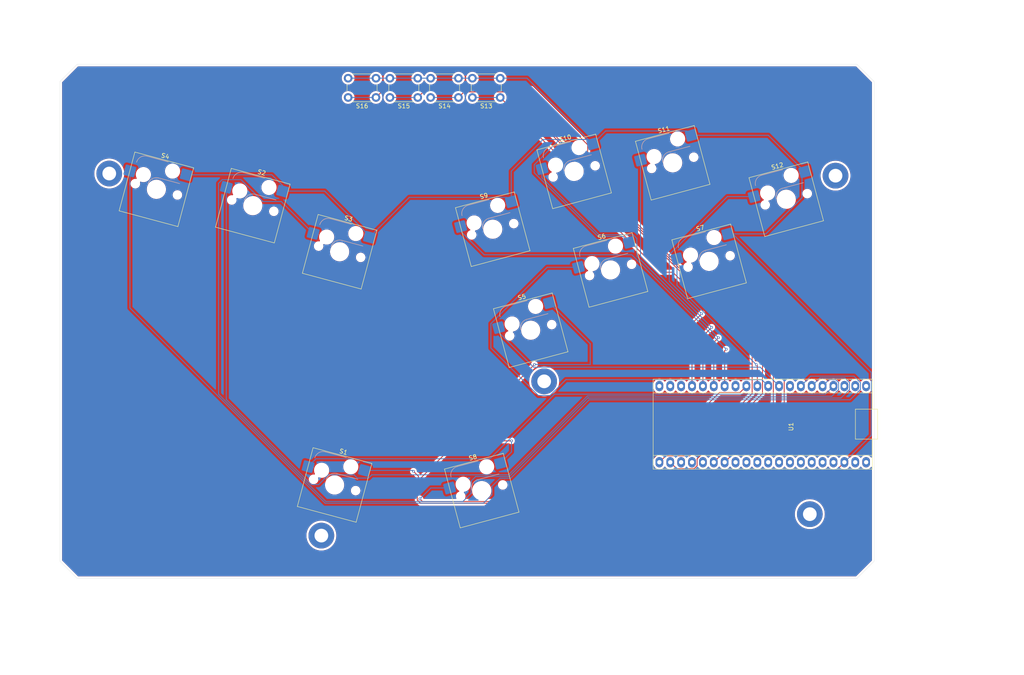
<source format=kicad_pcb>
(kicad_pcb (version 20241229) (generator "pcbnew") (generator_version "9.0")
  (layers (0 "F.Cu" signal) (2 "B.Cu" signal) (13 "F.Paste" user) (15 "B.Paste" user) (5 "F.SilkS" user "F.Silkscreen") (7 "B.SilkS" user "B.Silkscreen") (1 "F.Mask" user) (3 "B.Mask" user) (25 "Edge.Cuts" user))
  (net 0 "")
  (net 1 "Net-(U1-GPIO5)")
  (net 2 "Net-(U1-GPIO6)")
  (net 3 "Net-(U1-GPIO7)")
  (net 4 "Net-(U1-GPIO8)")
  (net 5 "Net-(U1-GPIO2)")
  (net 6 "Net-(S1-Pad2)")
  (net 7 "Net-(U1-GPIO3)")
  (net 8 "Net-(U1-GPIO4)")
  (net 9 "Net-(U1-GPIO9)")
  (net 10 "Net-(U1-GPIO10)")
  (net 11 "Net-(U1-GPIO11)")
  (net 12 "Net-(U1-GPIO12)")
  (net 13 "Net-(U1-GPIO13)")
  (net 14 "Net-(U1-GPIO16)")
  (net 15 "Net-(U1-GPIO17)")
  (net 16 "Net-(U1-GPIO20)")
  (net 17 "Net-(U1-GPIO21)")
  (footprint "Button Switch:SW_PUSH_6mm" (layer "F.Cu") (at 93 7.75 180)
    (property "Reference" "S14" (at 3.25 -2 0) (layer "F.SilkS"))
    (property "Value" "Keyswitch")
    (pad "1" thru_hole circle (at 0 0 270) (size 2 2) (drill 1.1) (layers "*.Cu" "*.Mask") (net 15 "Net-(U1-GPIO17)"))
    (pad "1" thru_hole circle (at 6.5 0 270) (size 2 2) (drill 1.1) (layers "*.Cu" "*.Mask") (net 15 "Net-(U1-GPIO17)"))
    (pad "2" thru_hole circle (at 0 4.5 270) (size 2 2) (drill 1.1) (layers "*.Cu" "*.Mask") (net 6 "Net-(S1-Pad2)"))
    (pad "2" thru_hole circle (at 6.5 4.5 270) (size 2 2) (drill 1.1) (layers "*.Cu" "*.Mask") (net 6 "Net-(S1-Pad2)"))
  )
  (footprint "PCM_Switch_Keyboard_Hotswap_Kailh:SW_Hotswap_Kailh_MX" (layer "F.Cu") (at 109.860692 62.073597 15)
    (property "Reference" "S5" (at 0 -8 15) (layer "F.SilkS"))
    (property "Value" "Keyswitch")
    (pad "" np_thru_hole circle (at -5.08 0 15) (size 1.75 1.75) (drill 1.75) (layers "*.Cu" "*.Mask"))
    (pad "" np_thru_hole circle (at -3.81 -2.54 15) (size 3.05 3.05) (drill 3.05) (layers "*.Cu" "*.Mask"))
    (pad "" np_thru_hole circle (at 0 0 15) (size 4 4) (drill 4) (layers "*.Cu" "*.Mask"))
    (pad "" np_thru_hole circle (at 2.54 -5.08 15) (size 3.05 3.05) (drill 3.05) (layers "*.Cu" "*.Mask"))
    (pad "" np_thru_hole circle (at 5.08 0 15) (size 1.75 1.75) (drill 1.75) (layers "*.Cu" "*.Mask"))
    (pad "1" smd roundrect (at -7.085 -2.54 15) (size 2.55 2.5) (layers "B.Cu" "B.Mask" "B.Paste") (roundrect_rratio 0.1) (net 2 "Net-(U1-GPIO6)"))
    (pad "2" smd roundrect (at 5.842 -5.08 15) (size 2.55 2.5) (layers "B.Cu" "B.Mask" "B.Paste") (roundrect_rratio 0.1) (net 6 "Net-(S1-Pad2)"))
  )
  (footprint "PCM_Switch_Keyboard_Hotswap_Kailh:SW_Hotswap_Kailh_MX" (layer "F.Cu") (at 22.5 29.185199 -15)
    (property "Reference" "S4" (at 0 -8 345) (layer "F.SilkS"))
    (property "Value" "Keyswitch")
    (pad "" np_thru_hole circle (at -5.08 0 345) (size 1.75 1.75) (drill 1.75) (layers "*.Cu" "*.Mask"))
    (pad "" np_thru_hole circle (at -3.81 -2.54 345) (size 3.05 3.05) (drill 3.05) (layers "*.Cu" "*.Mask"))
    (pad "" np_thru_hole circle (at 0 0 345) (size 4 4) (drill 4) (layers "*.Cu" "*.Mask"))
    (pad "" np_thru_hole circle (at 2.54 -5.08 345) (size 3.05 3.05) (drill 3.05) (layers "*.Cu" "*.Mask"))
    (pad "" np_thru_hole circle (at 5.08 0 345) (size 1.75 1.75) (drill 1.75) (layers "*.Cu" "*.Mask"))
    (pad "1" smd roundrect (at -7.085 -2.54 345) (size 2.55 2.5) (layers "B.Cu" "B.Mask" "B.Paste") (roundrect_rratio 0.1) (net 1 "Net-(U1-GPIO5)"))
    (pad "2" smd roundrect (at 5.842 -5.08 345) (size 2.55 2.5) (layers "B.Cu" "B.Mask" "B.Paste") (roundrect_rratio 0.1) (net 6 "Net-(S1-Pad2)"))
  )
  (footprint "PCM_Switch_Keyboard_Hotswap_Kailh:SW_Hotswap_Kailh_MX" (layer "F.Cu") (at 64.093097 98.185199 -15)
    (property "Reference" "S1" (at 0 -8 345) (layer "F.SilkS"))
    (property "Value" "Keyswitch")
    (pad "" np_thru_hole circle (at -5.08 0 345) (size 1.75 1.75) (drill 1.75) (layers "*.Cu" "*.Mask"))
    (pad "" np_thru_hole circle (at -3.81 -2.54 345) (size 3.05 3.05) (drill 3.05) (layers "*.Cu" "*.Mask"))
    (pad "" np_thru_hole circle (at 0 0 345) (size 4 4) (drill 4) (layers "*.Cu" "*.Mask"))
    (pad "" np_thru_hole circle (at 2.54 -5.08 345) (size 3.05 3.05) (drill 3.05) (layers "*.Cu" "*.Mask"))
    (pad "" np_thru_hole circle (at 5.08 0 345) (size 1.75 1.75) (drill 1.75) (layers "*.Cu" "*.Mask"))
    (pad "1" smd roundrect (at -7.085 -2.54 345) (size 2.55 2.5) (layers "B.Cu" "B.Mask" "B.Paste") (roundrect_rratio 0.1) (net 5 "Net-(U1-GPIO2)"))
    (pad "2" smd roundrect (at 5.842 -5.08 345) (size 2.55 2.5) (layers "B.Cu" "B.Mask" "B.Paste") (roundrect_rratio 0.1) (net 6 "Net-(S1-Pad2)"))
  )
  (footprint "PCM_Switch_Keyboard_Hotswap_Kailh:SW_Hotswap_Kailh_MX" (layer "F.Cu") (at 65.267595 43.758796 -15)
    (property "Reference" "S3" (at 0 -8 345) (layer "F.SilkS"))
    (property "Value" "Keyswitch")
    (pad "" np_thru_hole circle (at -5.08 0 345) (size 1.75 1.75) (drill 1.75) (layers "*.Cu" "*.Mask"))
    (pad "" np_thru_hole circle (at -3.81 -2.54 345) (size 3.05 3.05) (drill 3.05) (layers "*.Cu" "*.Mask"))
    (pad "" np_thru_hole circle (at 0 0 345) (size 4 4) (drill 4) (layers "*.Cu" "*.Mask"))
    (pad "" np_thru_hole circle (at 2.54 -5.08 345) (size 3.05 3.05) (drill 3.05) (layers "*.Cu" "*.Mask"))
    (pad "" np_thru_hole circle (at 5.08 0 345) (size 1.75 1.75) (drill 1.75) (layers "*.Cu" "*.Mask"))
    (pad "1" smd roundrect (at -7.085 -2.54 345) (size 2.55 2.5) (layers "B.Cu" "B.Mask" "B.Paste") (roundrect_rratio 0.1) (net 8 "Net-(U1-GPIO4)"))
    (pad "2" smd roundrect (at 5.842 -5.08 345) (size 2.55 2.5) (layers "B.Cu" "B.Mask" "B.Paste") (roundrect_rratio 0.1) (net 6 "Net-(S1-Pad2)"))
  )
  (footprint "PCM_Switch_Keyboard_Hotswap_Kailh:SW_Hotswap_Kailh_MX" (layer "F.Cu") (at 143 23 15)
    (property "Reference" "S11" (at 0 -8 15) (layer "F.SilkS"))
    (property "Value" "Keyswitch")
    (pad "" np_thru_hole circle (at -5.08 0 15) (size 1.75 1.75) (drill 1.75) (layers "*.Cu" "*.Mask"))
    (pad "" np_thru_hole circle (at -3.81 -2.54 15) (size 3.05 3.05) (drill 3.05) (layers "*.Cu" "*.Mask"))
    (pad "" np_thru_hole circle (at 0 0 15) (size 4 4) (drill 4) (layers "*.Cu" "*.Mask"))
    (pad "" np_thru_hole circle (at 2.54 -5.08 15) (size 3.05 3.05) (drill 3.05) (layers "*.Cu" "*.Mask"))
    (pad "" np_thru_hole circle (at 5.08 0 15) (size 1.75 1.75) (drill 1.75) (layers "*.Cu" "*.Mask"))
    (pad "1" smd roundrect (at -7.085 -2.54 15) (size 2.55 2.5) (layers "B.Cu" "B.Mask" "B.Paste") (roundrect_rratio 0.1) (net 12 "Net-(U1-GPIO12)"))
    (pad "2" smd roundrect (at 5.842 -5.08 15) (size 2.55 2.5) (layers "B.Cu" "B.Mask" "B.Paste") (roundrect_rratio 0.1) (net 6 "Net-(S1-Pad2)"))
  )
  (footprint "PCM_SL_Mechanical:MountingHole_3.2mm_Pad" (layer "F.Cu") (at 175 105)
    (property "Reference" "REF**" (hide yes))
    (property "Value" "MountingHole_3.2mm_Pad")
    (pad "1" thru_hole circle (at 0 0) (size 6 6) (drill 3.2) (layers "*.Cu" "*.Mask"))
  )
  (footprint "PCM_Switch_Keyboard_Hotswap_Kailh:SW_Hotswap_Kailh_MX" (layer "F.Cu") (at 169.5 31.5 15)
    (property "Reference" "S12" (at 0 -8 15) (layer "F.SilkS"))
    (property "Value" "Keyswitch")
    (pad "" np_thru_hole circle (at -5.08 0 15) (size 1.75 1.75) (drill 1.75) (layers "*.Cu" "*.Mask"))
    (pad "" np_thru_hole circle (at -3.81 -2.54 15) (size 3.05 3.05) (drill 3.05) (layers "*.Cu" "*.Mask"))
    (pad "" np_thru_hole circle (at 0 0 15) (size 4 4) (drill 4) (layers "*.Cu" "*.Mask"))
    (pad "" np_thru_hole circle (at 2.54 -5.08 15) (size 3.05 3.05) (drill 3.05) (layers "*.Cu" "*.Mask"))
    (pad "" np_thru_hole circle (at 5.08 0 15) (size 1.75 1.75) (drill 1.75) (layers "*.Cu" "*.Mask"))
    (pad "1" smd roundrect (at -7.085 -2.54 15) (size 2.55 2.5) (layers "B.Cu" "B.Mask" "B.Paste") (roundrect_rratio 0.1) (net 13 "Net-(U1-GPIO13)"))
    (pad "2" smd roundrect (at 5.842 -5.08 15) (size 2.55 2.5) (layers "B.Cu" "B.Mask" "B.Paste") (roundrect_rratio 0.1) (net 6 "Net-(S1-Pad2)"))
  )
  (footprint "PCM_SL_Mechanical:MountingHole_3.2mm_Pad" (layer "F.Cu") (at 61 110)
    (property "Reference" "REF**" (hide yes))
    (property "Value" "MountingHole_3.2mm_Pad")
    (pad "1" thru_hole circle (at 0 0) (size 6 6) (drill 3.2) (layers "*.Cu" "*.Mask"))
  )
  (footprint "PCM_Switch_Keyboard_Hotswap_Kailh:SW_Hotswap_Kailh_MX" (layer "F.Cu") (at 120 25 15)
    (property "Reference" "S10" (at 0 -8 15) (layer "F.SilkS"))
    (property "Value" "Keyswitch")
    (pad "" np_thru_hole circle (at -5.08 0 15) (size 1.75 1.75) (drill 1.75) (layers "*.Cu" "*.Mask"))
    (pad "" np_thru_hole circle (at -3.81 -2.54 15) (size 3.05 3.05) (drill 3.05) (layers "*.Cu" "*.Mask"))
    (pad "" np_thru_hole circle (at 0 0 15) (size 4 4) (drill 4) (layers "*.Cu" "*.Mask"))
    (pad "" np_thru_hole circle (at 2.54 -5.08 15) (size 3.05 3.05) (drill 3.05) (layers "*.Cu" "*.Mask"))
    (pad "" np_thru_hole circle (at 5.08 0 15) (size 1.75 1.75) (drill 1.75) (layers "*.Cu" "*.Mask"))
    (pad "1" smd roundrect (at -7.085 -2.54 15) (size 2.55 2.5) (layers "B.Cu" "B.Mask" "B.Paste") (roundrect_rratio 0.1) (net 11 "Net-(U1-GPIO11)"))
    (pad "2" smd roundrect (at 5.842 -5.08 15) (size 2.55 2.5) (layers "B.Cu" "B.Mask" "B.Paste") (roundrect_rratio 0.1) (net 6 "Net-(S1-Pad2)"))
  )
  (footprint "Button Switch:SW_PUSH_6mm" (layer "F.Cu") (at 102.75 7.75 180)
    (property "Reference" "S13" (at 3.25 -2 0) (layer "F.SilkS"))
    (property "Value" "Keyswitch")
    (pad "1" thru_hole circle (at 0 0 270) (size 2 2) (drill 1.1) (layers "*.Cu" "*.Mask") (net 14 "Net-(U1-GPIO16)"))
    (pad "1" thru_hole circle (at 6.5 0 270) (size 2 2) (drill 1.1) (layers "*.Cu" "*.Mask") (net 14 "Net-(U1-GPIO16)"))
    (pad "2" thru_hole circle (at 0 4.5 270) (size 2 2) (drill 1.1) (layers "*.Cu" "*.Mask") (net 6 "Net-(S1-Pad2)"))
    (pad "2" thru_hole circle (at 6.5 4.5 270) (size 2 2) (drill 1.1) (layers "*.Cu" "*.Mask") (net 6 "Net-(S1-Pad2)"))
  )
  (footprint "PCM_Switch_Keyboard_Hotswap_Kailh:SW_Hotswap_Kailh_MX" (layer "F.Cu") (at 98.430017 99.5 15)
    (property "Reference" "S8" (at 0 -8 15) (layer "F.SilkS"))
    (property "Value" "Keyswitch")
    (pad "" np_thru_hole circle (at -5.08 0 15) (size 1.75 1.75) (drill 1.75) (layers "*.Cu" "*.Mask"))
    (pad "" np_thru_hole circle (at -3.81 -2.54 15) (size 3.05 3.05) (drill 3.05) (layers "*.Cu" "*.Mask"))
    (pad "" np_thru_hole circle (at 0 0 15) (size 4 4) (drill 4) (layers "*.Cu" "*.Mask"))
    (pad "" np_thru_hole circle (at 2.54 -5.08 15) (size 3.05 3.05) (drill 3.05) (layers "*.Cu" "*.Mask"))
    (pad "" np_thru_hole circle (at 5.08 0 15) (size 1.75 1.75) (drill 1.75) (layers "*.Cu" "*.Mask"))
    (pad "1" smd roundrect (at -7.085 -2.54 15) (size 2.55 2.5) (layers "B.Cu" "B.Mask" "B.Paste") (roundrect_rratio 0.1) (net 9 "Net-(U1-GPIO9)"))
    (pad "2" smd roundrect (at 5.842 -5.08 15) (size 2.55 2.5) (layers "B.Cu" "B.Mask" "B.Paste") (roundrect_rratio 0.1) (net 6 "Net-(S1-Pad2)"))
  )
  (footprint "PCM_Switch_Keyboard_Hotswap_Kailh:SW_Hotswap_Kailh_MX" (layer "F.Cu") (at 151.5 46 15)
    (property "Reference" "S7" (at 0 -8 15) (layer "F.SilkS"))
    (property "Value" "Keyswitch")
    (pad "" np_thru_hole circle (at -5.08 0 15) (size 1.75 1.75) (drill 1.75) (layers "*.Cu" "*.Mask"))
    (pad "" np_thru_hole circle (at -3.81 -2.54 15) (size 3.05 3.05) (drill 3.05) (layers "*.Cu" "*.Mask"))
    (pad "" np_thru_hole circle (at 0 0 15) (size 4 4) (drill 4) (layers "*.Cu" "*.Mask"))
    (pad "" np_thru_hole circle (at 2.54 -5.08 15) (size 3.05 3.05) (drill 3.05) (layers "*.Cu" "*.Mask"))
    (pad "" np_thru_hole circle (at 5.08 0 15) (size 1.75 1.75) (drill 1.75) (layers "*.Cu" "*.Mask"))
    (pad "1" smd roundrect (at -7.085 -2.54 15) (size 2.55 2.5) (layers "B.Cu" "B.Mask" "B.Paste") (roundrect_rratio 0.1) (net 4 "Net-(U1-GPIO8)"))
    (pad "2" smd roundrect (at 5.842 -5.08 15) (size 2.55 2.5) (layers "B.Cu" "B.Mask" "B.Paste") (roundrect_rratio 0.1) (net 6 "Net-(S1-Pad2)"))
  )
  (footprint "PCM_SL_Mechanical:MountingHole_3.2mm_Pad" (layer "F.Cu") (at 113 74)
    (property "Reference" "REF**" (hide yes))
    (property "Value" "MountingHole_3.2mm_Pad")
    (pad "1" thru_hole circle (at 0 0) (size 6 6) (drill 3.2) (layers "*.Cu" "*.Mask"))
  )
  (footprint "PCM_SL_Development_Boards:raspberry_pi_pico_THT" (layer "F.Cu") (at 188.1475 75.1 -90)
    (property "Reference" "U1" (at 9.49 17.53 90) (layer "F.SilkS"))
    (property "Value" "Raspberry_Pi_Pico")
    (pad "1" thru_hole oval (at 0 0 180) (size 1.8 2.4) (drill 1) (layers "*.Cu" "*.Mask"))
    (pad "2" thru_hole oval (at 0 2.54 180) (size 1.8 2.4) (drill 1) (layers "*.Cu" "*.Mask"))
    (pad "3" thru_hole oval (at 0 5.08 180) (size 1.8 2.4) (drill 1) (layers "*.Cu" "*.Mask"))
    (pad "4" thru_hole oval (at 0 7.62 180) (size 1.8 2.4) (drill 1) (layers "*.Cu" "*.Mask") (net 5 "Net-(U1-GPIO2)"))
    (pad "5" thru_hole oval (at 0 10.16 180) (size 1.8 2.4) (drill 1) (layers "*.Cu" "*.Mask") (net 7 "Net-(U1-GPIO3)"))
    (pad "6" thru_hole oval (at 0 12.7 180) (size 1.8 2.4) (drill 1) (layers "*.Cu" "*.Mask") (net 8 "Net-(U1-GPIO4)"))
    (pad "7" thru_hole oval (at 0 15.24 180) (size 1.8 2.4) (drill 1) (layers "*.Cu" "*.Mask") (net 1 "Net-(U1-GPIO5)"))
    (pad "8" thru_hole oval (at 0 17.78 180) (size 1.8 2.4) (drill 1) (layers "*.Cu" "*.Mask"))
    (pad "9" thru_hole oval (at 0 20.32 180) (size 1.8 2.4) (drill 1) (layers "*.Cu" "*.Mask") (net 2 "Net-(U1-GPIO6)"))
    (pad "10" thru_hole oval (at 0 22.86 180) (size 1.8 2.4) (drill 1) (layers "*.Cu" "*.Mask") (net 3 "Net-(U1-GPIO7)"))
    (pad "11" thru_hole oval (at 0 25.4 180) (size 1.8 2.4) (drill 1) (layers "*.Cu" "*.Mask") (net 4 "Net-(U1-GPIO8)"))
    (pad "12" thru_hole oval (at 0 27.94 180) (size 1.8 2.4) (drill 1) (layers "*.Cu" "*.Mask") (net 9 "Net-(U1-GPIO9)"))
    (pad "13" thru_hole oval (at 0 30.48 180) (size 1.8 2.4) (drill 1) (layers "*.Cu" "*.Mask"))
    (pad "14" thru_hole oval (at 0 33.02 180) (size 1.8 2.4) (drill 1) (layers "*.Cu" "*.Mask") (net 10 "Net-(U1-GPIO10)"))
    (pad "15" thru_hole oval (at 0 35.56 180) (size 1.8 2.4) (drill 1) (layers "*.Cu" "*.Mask") (net 11 "Net-(U1-GPIO11)"))
    (pad "16" thru_hole oval (at 0 38.1 180) (size 1.8 2.4) (drill 1) (layers "*.Cu" "*.Mask") (net 12 "Net-(U1-GPIO12)"))
    (pad "17" thru_hole oval (at 0 40.64 180) (size 1.8 2.4) (drill 1) (layers "*.Cu" "*.Mask") (net 13 "Net-(U1-GPIO13)"))
    (pad "18" thru_hole oval (at 0 43.18 180) (size 1.8 2.4) (drill 1) (layers "*.Cu" "*.Mask"))
    (pad "19" thru_hole oval (at 0 45.72 180) (size 1.8 2.4) (drill 1) (layers "*.Cu" "*.Mask"))
    (pad "20" thru_hole oval (at 0 48.26 180) (size 1.8 2.4) (drill 1) (layers "*.Cu" "*.Mask"))
    (pad "21" thru_hole oval (at 17.78 48.26 180) (size 1.8 2.4) (drill 1) (layers "*.Cu" "*.Mask") (net 14 "Net-(U1-GPIO16)"))
    (pad "22" thru_hole oval (at 17.78 45.72 180) (size 1.8 2.4) (drill 1) (layers "*.Cu" "*.Mask") (net 15 "Net-(U1-GPIO17)"))
    (pad "23" thru_hole oval (at 17.78 43.18 180) (size 1.8 2.4) (drill 1) (layers "*.Cu" "*.Mask"))
    (pad "24" thru_hole oval (at 17.78 40.64 180) (size 1.8 2.4) (drill 1) (layers "*.Cu" "*.Mask"))
    (pad "25" thru_hole oval (at 17.78 38.1 180) (size 1.8 2.4) (drill 1) (layers "*.Cu" "*.Mask"))
    (pad "26" thru_hole oval (at 17.78 35.56 180) (size 1.8 2.4) (drill 1) (layers "*.Cu" "*.Mask") (net 16 "Net-(U1-GPIO20)"))
    (pad "27" thru_hole oval (at 17.78 33.02 180) (size 1.8 2.4) (drill 1) (layers "*.Cu" "*.Mask") (net 17 "Net-(U1-GPIO21)"))
    (pad "28" thru_hole oval (at 17.78 30.48 180) (size 1.8 2.4) (drill 1) (layers "*.Cu" "*.Mask"))
    (pad "29" thru_hole oval (at 17.78 27.94 180) (size 1.8 2.4) (drill 1) (layers "*.Cu" "*.Mask"))
    (pad "30" thru_hole oval (at 17.78 25.4 180) (size 1.8 2.4) (drill 1) (layers "*.Cu" "*.Mask"))
    (pad "31" thru_hole oval (at 17.78 22.86 180) (size 1.8 2.4) (drill 1) (layers "*.Cu" "*.Mask"))
    (pad "32" thru_hole oval (at 17.78 20.32 180) (size 1.8 2.4) (drill 1) (layers "*.Cu" "*.Mask"))
    (pad "33" thru_hole oval (at 17.78 17.78 180) (size 1.8 2.4) (drill 1) (layers "*.Cu" "*.Mask"))
    (pad "34" thru_hole oval (at 17.78 15.24 180) (size 1.8 2.4) (drill 1) (layers "*.Cu" "*.Mask"))
    (pad "35" thru_hole oval (at 17.78 12.7 180) (size 1.8 2.4) (drill 1) (layers "*.Cu" "*.Mask"))
    (pad "36" thru_hole oval (at 17.78 10.16 180) (size 1.8 2.4) (drill 1) (layers "*.Cu" "*.Mask"))
    (pad "37" thru_hole oval (at 17.78 7.62 180) (size 1.8 2.4) (drill 1) (layers "*.Cu" "*.Mask"))
    (pad "38" thru_hole oval (at 17.78 5.08 180) (size 1.8 2.4) (drill 1) (layers "*.Cu" "*.Mask") (net 6 "Net-(S1-Pad2)"))
    (pad "39" thru_hole oval (at 17.78 2.54 180) (size 1.8 2.4) (drill 1) (layers "*.Cu" "*.Mask"))
    (pad "40" thru_hole oval (at 17.78 0 180) (size 1.8 2.4) (drill 1) (layers "*.Cu" "*.Mask"))
  )
  (footprint "PCM_Switch_Keyboard_Hotswap_Kailh:SW_Hotswap_Kailh_MX" (layer "F.Cu") (at 128.5 48 15)
    (property "Reference" "S6" (at 0 -8 15) (layer "F.SilkS"))
    (property "Value" "Keyswitch")
    (pad "" np_thru_hole circle (at -5.08 0 15) (size 1.75 1.75) (drill 1.75) (layers "*.Cu" "*.Mask"))
    (pad "" np_thru_hole circle (at -3.81 -2.54 15) (size 3.05 3.05) (drill 3.05) (layers "*.Cu" "*.Mask"))
    (pad "" np_thru_hole circle (at 0 0 15) (size 4 4) (drill 4) (layers "*.Cu" "*.Mask"))
    (pad "" np_thru_hole circle (at 2.54 -5.08 15) (size 3.05 3.05) (drill 3.05) (layers "*.Cu" "*.Mask"))
    (pad "" np_thru_hole circle (at 5.08 0 15) (size 1.75 1.75) (drill 1.75) (layers "*.Cu" "*.Mask"))
    (pad "1" smd roundrect (at -7.085 -2.54 15) (size 2.55 2.5) (layers "B.Cu" "B.Mask" "B.Paste") (roundrect_rratio 0.1) (net 3 "Net-(U1-GPIO7)"))
    (pad "2" smd roundrect (at 5.842 -5.08 15) (size 2.55 2.5) (layers "B.Cu" "B.Mask" "B.Paste") (roundrect_rratio 0.1) (net 6 "Net-(S1-Pad2)"))
  )
  (footprint "PCM_Switch_Keyboard_Hotswap_Kailh:SW_Hotswap_Kailh_MX" (layer "F.Cu") (at 45 33 -15)
    (property "Reference" "S2" (at 0 -8 345) (layer "F.SilkS"))
    (property "Value" "Keyswitch")
    (pad "" np_thru_hole circle (at -5.08 0 345) (size 1.75 1.75) (drill 1.75) (layers "*.Cu" "*.Mask"))
    (pad "" np_thru_hole circle (at -3.81 -2.54 345) (size 3.05 3.05) (drill 3.05) (layers "*.Cu" "*.Mask"))
    (pad "" np_thru_hole circle (at 0 0 345) (size 4 4) (drill 4) (layers "*.Cu" "*.Mask"))
    (pad "" np_thru_hole circle (at 2.54 -5.08 345) (size 3.05 3.05) (drill 3.05) (layers "*.Cu" "*.Mask"))
    (pad "" np_thru_hole circle (at 5.08 0 345) (size 1.75 1.75) (drill 1.75) (layers "*.Cu" "*.Mask"))
    (pad "1" smd roundrect (at -7.085 -2.54 345) (size 2.55 2.5) (layers "B.Cu" "B.Mask" "B.Paste") (roundrect_rratio 0.1) (net 7 "Net-(U1-GPIO3)"))
    (pad "2" smd roundrect (at 5.842 -5.08 345) (size 2.55 2.5) (layers "B.Cu" "B.Mask" "B.Paste") (roundrect_rratio 0.1) (net 6 "Net-(S1-Pad2)"))
  )
  (footprint "Button Switch:SW_PUSH_6mm" (layer "F.Cu") (at 83.5 7.75 180)
    (property "Reference" "S15" (at 3.25 -2 0) (layer "F.SilkS"))
    (property "Value" "Keyswitch")
    (pad "1" thru_hole circle (at 0 0 270) (size 2 2) (drill 1.1) (layers "*.Cu" "*.Mask") (net 16 "Net-(U1-GPIO20)"))
    (pad "1" thru_hole circle (at 6.5 0 270) (size 2 2) (drill 1.1) (layers "*.Cu" "*.Mask") (net 16 "Net-(U1-GPIO20)"))
    (pad "2" thru_hole circle (at 0 4.5 270) (size 2 2) (drill 1.1) (layers "*.Cu" "*.Mask") (net 6 "Net-(S1-Pad2)"))
    (pad "2" thru_hole circle (at 6.5 4.5 270) (size 2 2) (drill 1.1) (layers "*.Cu" "*.Mask") (net 6 "Net-(S1-Pad2)"))
  )
  (footprint "PCM_SL_Mechanical:MountingHole_3.2mm_Pad" (layer "F.Cu") (at 11.5 25.5)
    (property "Reference" "REF**" (hide yes))
    (property "Value" "MountingHole_3.2mm_Pad")
    (pad "1" thru_hole circle (at 0 0) (size 6 6) (drill 3.2) (layers "*.Cu" "*.Mask"))
  )
  (footprint "PCM_Switch_Keyboard_Hotswap_Kailh:SW_Hotswap_Kailh_MX" (layer "F.Cu") (at 101 38.5 15)
    (property "Reference" "S9" (at 0 -8 15) (layer "F.SilkS"))
    (property "Value" "Keyswitch")
    (pad "" np_thru_hole circle (at -5.08 0 15) (size 1.75 1.75) (drill 1.75) (layers "*.Cu" "*.Mask"))
    (pad "" np_thru_hole circle (at -3.81 -2.54 15) (size 3.05 3.05) (drill 3.05) (layers "*.Cu" "*.Mask"))
    (pad "" np_thru_hole circle (at 0 0 15) (size 4 4) (drill 4) (layers "*.Cu" "*.Mask"))
    (pad "" np_thru_hole circle (at 2.54 -5.08 15) (size 3.05 3.05) (drill 3.05) (layers "*.Cu" "*.Mask"))
    (pad "" np_thru_hole circle (at 5.08 0 15) (size 1.75 1.75) (drill 1.75) (layers "*.Cu" "*.Mask"))
    (pad "1" smd roundrect (at -7.085 -2.54 15) (size 2.55 2.5) (layers "B.Cu" "B.Mask" "B.Paste") (roundrect_rratio 0.1) (net 10 "Net-(U1-GPIO10)"))
    (pad "2" smd roundrect (at 5.842 -5.08 15) (size 2.55 2.5) (layers "B.Cu" "B.Mask" "B.Paste") (roundrect_rratio 0.1) (net 6 "Net-(S1-Pad2)"))
  )
  (footprint "PCM_SL_Mechanical:MountingHole_3.2mm_Pad" (layer "F.Cu") (at 181 26)
    (property "Reference" "REF**" (hide yes))
    (property "Value" "MountingHole_3.2mm_Pad")
    (pad "1" thru_hole circle (at 0 0) (size 6 6) (drill 3.2) (layers "*.Cu" "*.Mask"))
  )
  (footprint "Button Switch:SW_PUSH_6mm" (layer "F.Cu") (at 73.75 7.75 180)
    (property "Reference" "S16" (at 3.25 -2 0) (layer "F.SilkS"))
    (property "Value" "Keyswitch")
    (pad "1" thru_hole circle (at 0 0 270) (size 2 2) (drill 1.1) (layers "*.Cu" "*.Mask") (net 17 "Net-(U1-GPIO21)"))
    (pad "1" thru_hole circle (at 6.5 0 270) (size 2 2) (drill 1.1) (layers "*.Cu" "*.Mask") (net 17 "Net-(U1-GPIO21)"))
    (pad "2" thru_hole circle (at 0 4.5 270) (size 2 2) (drill 1.1) (layers "*.Cu" "*.Mask") (net 6 "Net-(S1-Pad2)"))
    (pad "2" thru_hole circle (at 6.5 4.5 270) (size 2 2) (drill 1.1) (layers "*.Cu" "*.Mask") (net 6 "Net-(S1-Pad2)"))
  )
  (gr_line (start 190 4) (end 190 116) (stroke (width 0.05)) (layer "Edge.Cuts"))
  (gr_line (start 0 116) (end 4 120) (stroke (width 0.05)) (layer "Edge.Cuts"))
  (gr_line (start 4 0) (end 0 4) (stroke (width 0.05)) (layer "Edge.Cuts"))
  (gr_line (start 186 120) (end 4 120) (stroke (width 0.05)) (layer "Edge.Cuts"))
  (gr_line (start 0 4) (end 0 116) (stroke (width 0.05)) (layer "Edge.Cuts"))
  (gr_line (start 186 0) (end 190 4) (stroke (width 0.05)) (layer "Edge.Cuts"))
  (gr_line (start 190 116) (end 186 120) (stroke (width 0.05)) (layer "Edge.Cuts"))
  (gr_line (start 186 0) (end 4 0) (stroke (width 0.05)) (layer "Edge.Cuts"))
  (gr_text "Blamed the beast - jiji" (at 152 5 0) (layer "F.Cu") (effects (font (size 2 2))))
  (segment (start 98.813032 102.441801) (end 61.889571 102.441801) (width 0.2) (layer "B.Cu") (net 1))
  (segment (start 186.8085 74.30253) (end 186.8085 75.89747) (width 0.2) (layer "B.Cu") (net 1))
  (segment (start 185.30297 72.797) (end 186.8085 74.30253) (width 0.2) (layer "B.Cu") (net 1))
  (segment (start 105.188304 96.613696) (end 102.693505 96.613696) (width 0.2) (layer "B.Cu") (net 1))
  (segment (start 186.8085 75.89747) (end 184.40397 78.302) (width 0.2) (layer "B.Cu") (net 1))
  (segment (start 123.5 78.302) (end 105.188304 96.613696) (width 0.2) (layer "B.Cu") (net 1))
  (segment (start 184.40397 78.302) (end 123.5 78.302) (width 0.2) (layer "B.Cu") (net 1))
  (segment (start 102.693505 96.613696) (end 100.781017 98.526184) (width 0.2) (layer "B.Cu") (net 1))
  (segment (start 172.9075 75.1) (end 175.2105 72.797) (width 0.2) (layer "B.Cu") (net 1))
  (segment (start 61.889571 102.441801) (end 16.313816 56.866046) (width 0.2) (layer "B.Cu") (net 1))
  (segment (start 175.2105 72.797) (end 185.30297 72.797) (width 0.2) (layer "B.Cu") (net 1))
  (segment (start 16.313816 56.866046) (end 16.313816 24.898014) (width 0.2) (layer "B.Cu") (net 1))
  (segment (start 100.781017 100.473816) (end 98.813032 102.441801) (width 0.2) (layer "B.Cu") (net 1))
  (segment (start 100.781017 98.526184) (end 100.781017 100.473816) (width 0.2) (layer "B.Cu") (net 1))
  (segment (start 102.359707 62.528142) (end 102.359707 61.453878) (width 0.2) (layer "B.Cu") (net 2))
  (segment (start 110.530565 70.699) (end 102.359707 62.528142) (width 0.2) (layer "B.Cu") (net 2))
  (segment (start 163.4265 70.699) (end 110.530565 70.699) (width 0.2) (layer "B.Cu") (net 2))
  (segment (start 167.8275 75.1) (end 163.4265 70.699) (width 0.2) (layer "B.Cu") (net 2))
  (segment (start 118.069319 73.599) (end 114.367319 77.301) (width 0.2) (layer "B.Cu") (net 3))
  (segment (start 165.2875 75.1) (end 163.7865 73.599) (width 0.2) (layer "B.Cu") (net 3))
  (segment (start 114.367319 77.301) (end 111.632681 77.301) (width 0.2) (layer "B.Cu") (net 3))
  (segment (start 111.632681 77.301) (end 100.557097 66.225416) (width 0.2) (layer "B.Cu") (net 3))
  (segment (start 163.7865 73.599) (end 118.069319 73.599) (width 0.2) (layer "B.Cu") (net 3))
  (segment (start 100.557097 66.225416) (end 100.557097 60.523883) (width 0.2) (layer "B.Cu") (net 3))
  (segment (start 100.557097 60.523883) (end 113.700699 47.380281) (width 0.2) (layer "B.Cu") (net 3))
  (segment (start 113.700699 47.380281) (end 120.999015 47.380281) (width 0.2) (layer "B.Cu") (net 3))
  (segment (start 162.7475 70.3465) (end 162.7475 75.1) (width 0.2) (layer "F.Cu") (net 4))
  (segment (start 162.5 70.099) (end 162.7475 70.3465) (width 0.2) (layer "F.Cu") (net 4))
  (via (at 162.5 70.099) (size 0.6) (drill 0.3) (layers "F.Cu" "B.Cu") (net 4))
  (segment (start 143.999015 45.380281) (end 143.999015 51.598015) (width 0.2) (layer "B.Cu") (net 4))
  (segment (start 143.999015 51.598015) (end 162.5 70.099) (width 0.2) (layer "B.Cu") (net 4))
  (segment (start 59.745231 92.059696) (end 100.345733 92.059696) (width 0.2) (layer "B.Cu") (net 5))
  (segment (start 178.6275 77) (end 180.5275 75.1) (width 0.2) (layer "B.Cu") (net 5))
  (segment (start 100.345733 92.059696) (end 115.405429 77) (width 0.2) (layer "B.Cu") (net 5))
  (segment (start 57.906913 93.898014) (end 59.745231 92.059696) (width 0.2) (layer "B.Cu") (net 5))
  (segment (start 115.405429 77) (end 178.6275 77) (width 0.2) (layer "B.Cu") (net 5))
  (segment (start 83.647833 97.147833) (end 83.399 97.396665) (width 0.2) (layer "F.Cu") (net 6))
  (segment (start 178.4475 97.5) (end 183.0675 92.88) (width 0.2) (layer "F.Cu") (net 6))
  (segment (start 97.397833 83.397833) (end 83.647833 97.147833) (width 0.2) (layer "F.Cu") (net 6))
  (segment (start 110.73788 70.057785) (end 97.397833 83.397833) (width 0.2) (layer "F.Cu") (net 6))
  (segment (start 105.37698 87.876979) (end 101.876979 87.876979) (width 0.2) (layer "F.Cu") (net 6))
  (segment (start 83.647833 96.147833) (end 83.647833 97.147833) (width 0.2) (layer "F.Cu") (net 6))
  (segment (start 82.5 95) (end 83.647833 96.147833) (width 0.2) (layer "F.Cu") (net 6))
  (segment (start 167.058199 102.441801) (end 172 97.5) (width 0.2) (layer "F.Cu") (net 6))
  (segment (start 172 97.5) (end 178.4475 97.5) (width 0.2) (layer "F.Cu") (net 6))
  (segment (start 83.399 101.689744) (end 84.151057 102.441801) (width 0.2) (layer "F.Cu") (net 6))
  (segment (start 101.876979 87.876979) (end 97.397833 83.397833) (width 0.2) (layer "F.Cu") (net 6))
  (segment (start 83.399 97.396665) (end 83.399 101.689744) (width 0.2) (layer "F.Cu") (net 6))
  (segment (start 84.151057 102.441801) (end 167.058199 102.441801) (width 0.2) (layer "F.Cu") (net 6))
  (via (at 110.73788 70.057785) (size 0.6) (drill 0.3) (layers "F.Cu" "B.Cu") (net 6))
  (via (at 105.37698 87.876979) (size 0.6) (drill 0.3) (layers "F.Cu" "B.Cu") (net 6))
  (via (at 82.5 95) (size 0.6) (drill 0.3) (layers "F.Cu" "B.Cu") (net 6))
  (segment (start 102.75 3.25) (end 96.25 3.25) (width 0.2) (layer "B.Cu") (net 6))
  (segment (start 125.570332 40.197143) (end 131.444205 40.197143) (width 0.2) (layer "B.Cu") (net 6))
  (segment (start 155.828138 39.581076) (end 157 39.581076) (width 0.2) (layer "B.Cu") (net 6))
  (segment (start 173.180903 25.728311) (end 173.180903 31.143913) (width 0.2) (layer "B.Cu") (net 6))
  (segment (start 116.586236 17.560455) (end 110.696405 23.450286) (width 0.2) (layer "B.Cu") (net 6))
  (segment (start 173.828138 25.081076) (end 173.180903 25.728311) (width 0.2) (layer "B.Cu") (net 6))
  (segment (start 61.784737 29.605118) (end 72.225334 40.045715) (width 0.2) (layer "B.Cu") (net 6))
  (segment (start 112.719213 17.560455) (end 123.307517 17.560455) (width 0.2) (layer "B.Cu") (net 6))
  (segment (start 82.290317 94.790317) (end 82.5 95) (width 0.2) (layer "B.Cu") (net 6))
  (segment (start 104.306758 31.059696) (end 105.328138 32.081076) (width 0.2) (layer "B.Cu") (net 6))
  (segment (start 71.050836 94.790317) (end 82.290317 94.790317) (width 0.2) (layer "B.Cu") (net 6))
  (segment (start 86.5 3.25) (end 83.5 3.25) (width 0.2) (layer "B.Cu") (net 6))
  (segment (start 105.328138 32.081076) (end 105.328138 24.95153) (width 0.2) (layer "B.Cu") (net 6))
  (segment (start 146.306758 15.559696) (end 147.328138 16.581076) (width 0.2) (layer "B.Cu") (net 6))
  (segment (start 123.759785 70.057785) (end 110.73788 70.057785) (width 0.2) (layer "B.Cu") (net 6))
  (segment (start 164.74374 39.581076) (end 155.828138 39.581076) (width 0.2) (layer "B.Cu") (net 6))
  (segment (start 29.457739 25.790317) (end 49.437033 25.790317) (width 0.2) (layer "B.Cu") (net 6))
  (segment (start 83.5 3.25) (end 77 3.25) (width 0.2) (layer "B.Cu") (net 6))
  (segment (start 51.957739 28.311023) (end 51.957739 29.605118) (width 0.2) (layer "B.Cu") (net 6))
  (segment (start 81.529552 31.059696) (end 104.306758 31.059696) (width 0.2) (layer "B.Cu") (net 6))
  (segment (start 123.759785 65.225628) (end 123.759785 70.057785) (width 0.2) (layer "B.Cu") (net 6))
  (segment (start 189.3485 71.929576) (end 189.3485 86.599) (width 0.2) (layer "B.Cu") (net 6))
  (segment (start 173.180903 31.143913) (end 164.74374 39.581076) (width 0.2) (layer "B.Cu") (net 6))
  (segment (start 189.3485 86.599) (end 183.0675 92.88) (width 0.2) (layer "B.Cu") (net 6))
  (segment (start 102.758155 93.081076) (end 102.758155 93.399274) (width 0.2) (layer "B.Cu") (net 6))
  (segment (start 51.957739 29.605118) (end 61.784737 29.605118) (width 0.2) (layer "B.Cu") (net 6))
  (segment (start 165.328138 16.581076) (end 173.828138 25.081076) (width 0.2) (layer "B.Cu") (net 6))
  (segment (start 102.75 3.25) (end 108.997062 3.25) (width 0.2) (layer "B.Cu") (net 6))
  (segment (start 67.25 3.25) (end 73.75 3.25) (width 0.2) (layer "B.Cu") (net 6))
  (segment (start 123.307517 17.560455) (end 116.586236 17.560455) (width 0.2) (layer "B.Cu") (net 6))
  (segment (start 102.758155 93.081076) (end 105.37698 90.462251) (width 0.2) (layer "B.Cu") (net 6))
  (segment (start 105.328138 24.95153) (end 112.719213 17.560455) (width 0.2) (layer "B.Cu") (net 6))
  (segment (start 93 3.25) (end 86.5 3.25) (width 0.2) (layer "B.Cu") (net 6))
  (segment (start 131.444205 40.197143) (end 132.828138 41.581076) (width 0.2) (layer "B.Cu") (net 6))
  (segment (start 110.696405 23.450286) (end 110.696405 25.323216) (width 0.2) (layer "B.Cu") (net 6))
  (segment (start 147.328138 16.581076) (end 165.328138 16.581076) (width 0.2) (layer "B.Cu") (net 6))
  (segment (start 114.18883 55.654673) (end 123.759785 65.225628) (width 0.2) (layer "B.Cu") (net 6))
  (segment (start 124.328138 18.581076) (end 123.307517 17.560455) (width 0.2) (layer "B.Cu") (net 6))
  (segment (start 105.37698 90.462251) (end 105.37698 87.876979) (width 0.2) (layer "B.Cu") (net 6))
  (segment (start 72.225334 40.045715) (end 72.225334 40.363914) (width 0.2) (layer "B.Cu") (net 6))
  (segment (start 49.437033 25.790317) (end 51.957739 28.311023) (width 0.2) (layer "B.Cu") (net 6))
  (segment (start 124.328138 18.581076) (end 127.349518 15.559696) (width 0.2) (layer "B.Cu") (net 6))
  (segment (start 96.25 3.25) (end 93 3.25) (width 0.2) (layer "B.Cu") (net 6))
  (segment (start 72.225334 40.363914) (end 81.529552 31.059696) (width 0.2) (layer "B.Cu") (net 6))
  (segment (start 127.349518 15.559696) (end 146.306758 15.559696) (width 0.2) (layer "B.Cu") (net 6))
  (segment (start 110.696405 25.323216) (end 125.570332 40.197143) (width 0.2) (layer "B.Cu") (net 6))
  (segment (start 108.997062 3.25) (end 124.328138 18.581076) (width 0.2) (layer "B.Cu") (net 6))
  (segment (start 73.75 3.25) (end 77 3.25) (width 0.2) (layer "B.Cu") (net 6))
  (segment (start 157 39.581076) (end 189.3485 71.929576) (width 0.2) (layer "B.Cu") (net 6))
  (segment (start 60.372634 98.096398) (end 58.678368 98.096398) (width 0.2) (layer "B.Cu") (net 7))
  (segment (start 68.638414 95.811696) (end 62.657336 95.811696) (width 0.2) (layer "B.Cu") (net 7))
  (segment (start 139 77.5) (end 138.901 77.401) (width 0.2) (layer "B.Cu") (net 7))
  (segment (start 58.678368 98.096398) (end 38.813816 78.231846) (width 0.2) (layer "B.Cu") (net 7))
  (segment (start 180.12597 77.5) (end 139 77.5) (width 0.2) (layer "B.Cu") (net 7))
  (segment (start 123.099 77.401) (end 104.688304 95.811696) (width 0.2) (layer "B.Cu") (net 7))
  (segment (start 177.9875 75.1) (end 179.4885 73.599) (width 0.2) (layer "B.Cu") (net 7))
  (segment (start 179.4885 73.599) (end 181.02497 73.599) (width 0.2) (layer "B.Cu") (net 7))
  (segment (start 69.401968 96.57525) (end 68.638414 95.811696) (width 0.2) (layer "B.Cu") (net 7))
  (segment (start 62.657336 95.811696) (end 60.372634 98.096398) (width 0.2) (layer "B.Cu") (net 7))
  (segment (start 72.775002 95.811696) (end 72.011448 96.57525) (width 0.2) (layer "B.Cu") (net 7))
  (segment (start 181.02497 73.599) (end 181.7285 74.30253) (width 0.2) (layer "B.Cu") (net 7))
  (segment (start 104.688304 95.811696) (end 72.775002 95.811696) (width 0.2) (layer "B.Cu") (net 7))
  (segment (start 138.901 77.401) (end 123.099 77.401) (width 0.2) (layer "B.Cu") (net 7))
  (segment (start 72.011448 96.57525) (end 69.401968 96.57525) (width 0.2) (layer "B.Cu") (net 7))
  (segment (start 181.7285 74.30253) (end 181.7285 75.89747) (width 0.2) (layer "B.Cu") (net 7))
  (segment (start 181.7285 75.89747) (end 180.12597 77.5) (width 0.2) (layer "B.Cu") (net 7))
  (segment (start 38.813816 78.231846) (end 38.813816 28.712815) (width 0.2) (layer "B.Cu") (net 7))
  (segment (start 175.4475 75.1) (end 177.3495 73.198) (width 0.2) (layer "B.Cu") (net 8))
  (segment (start 95.968439 100.103302) (end 94.03094 102.040801) (width 0.2) (layer "B.Cu") (net 8))
  (segment (start 97.011327 96.212696) (end 95.968439 97.255584) (width 0.2) (layer "B.Cu") (net 8))
  (segment (start 184.2685 74.30253) (end 184.2685 75.89747) (width 0.2) (layer "B.Cu") (net 8))
  (segment (start 182.26497 77.901) (end 123.3641 77.901) (width 0.2) (layer "B.Cu") (net 8))
  (segment (start 123.3641 77.901) (end 123.2651 77.802) (width 0.2) (layer "B.Cu") (net 8))
  (segment (start 42.252698 26.927882) (end 47.351 32.026184) (width 0.2) (layer "B.Cu") (net 8))
  (segment (start 183.16397 73.198) (end 184.2685 74.30253) (width 0.2) (layer "B.Cu") (net 8))
  (segment (start 37.011206 76.996336) (end 37.011206 27.76988) (width 0.2) (layer "B.Cu") (net 8))
  (segment (start 47.351 32.026184) (end 51.635984 32.026184) (width 0.2) (layer "B.Cu") (net 8))
  (segment (start 104.854404 96.212696) (end 97.011327 96.212696) (width 0.2) (layer "B.Cu") (net 8))
  (segment (start 51.635984 32.026184) (end 59.081411 39.471611) (width 0.2) (layer "B.Cu") (net 8))
  (segment (start 184.2685 75.89747) (end 182.26497 77.901) (width 0.2) (layer "B.Cu") (net 8))
  (segment (start 95.968439 97.255584) (end 95.968439 100.103302) (width 0.2) (layer "B.Cu") (net 8))
  (segment (start 37.011206 27.76988) (end 37.853204 26.927882) (width 0.2) (layer "B.Cu") (net 8))
  (segment (start 123.2651 77.802) (end 104.854404 96.212696) (width 0.2) (layer "B.Cu") (net 8))
  (segment (start 62.055671 102.040801) (end 37.011206 76.996336) (width 0.2) (layer "B.Cu") (net 8))
  (segment (start 177.3495 73.198) (end 183.16397 73.198) (width 0.2) (layer "B.Cu") (net 8))
  (segment (start 37.853204 26.927882) (end 42.252698 26.927882) (width 0.2) (layer "B.Cu") (net 8))
  (segment (start 94.03094 102.040801) (end 62.055671 102.040801) (width 0.2) (layer "B.Cu") (net 8))
  (segment (start 84 101.440801) (end 84.6 102.040801) (width 0.2) (layer "F.Cu") (net 9))
  (segment (start 153.899 76.601) (end 158.7065 76.601) (width 0.2) (layer "F.Cu") (net 9))
  (segment (start 128.459199 102.040801) (end 153.899 76.601) (width 0.2) (layer "F.Cu") (net 9))
  (segment (start 84.6 102.040801) (end 128.459199 102.040801) (width 0.2) (layer "F.Cu") (net 9))
  (segment (start 158.7065 76.601) (end 160.2075 75.1) (width 0.2) (layer "F.Cu") (net 9))
  (via (at 84 101.440801) (size 0.6) (drill 0.3) (layers "F.Cu" "B.Cu") (net 9))
  (segment (start 90.929032 98.880281) (end 86.56052 98.880281) (width 0.2) (layer "B.Cu") (net 9))
  (segment (start 86.56052 98.880281) (end 84 101.440801) (width 0.2) (layer "B.Cu") (net 9))
  (segment (start 155.5 66.5) (end 155.1275 66.8725) (width 0.2) (layer "F.Cu") (net 10))
  (segment (start 155.1275 66.8725) (end 155.1275 75.1) (width 0.2) (layer "F.Cu") (net 10))
  (via (at 155.5 66.5) (size 0.6) (drill 0.3) (layers "F.Cu" "B.Cu") (net 10))
  (segment (start 98.994756 44.450286) (end 133.450286 44.450286) (width 0.2) (layer "B.Cu") (net 10))
  (segment (start 93.499015 37.880281) (end 93.499015 38.954545) (width 0.2) (layer "B.Cu") (net 10))
  (segment (start 93.499015 38.954545) (end 98.994756 44.450286) (width 0.2) (layer "B.Cu") (net 10))
  (segment (start 133.450286 44.450286) (end 155.5 66.5) (width 0.2) (layer "B.Cu") (net 10))
  (segment (start 152.5875 64.9125) (end 152.5875 75.1) (width 0.2) (layer "F.Cu") (net 11))
  (segment (start 153.674265 63.825735) (end 152.5875 64.9125) (width 0.2) (layer "F.Cu") (net 11))
  (via (at 153.674265 63.825735) (size 0.6) (drill 0.3) (layers "F.Cu" "B.Cu") (net 11))
  (segment (start 112.499015 26.499015) (end 125.796143 39.796143) (width 0.2) (layer "B.Cu") (net 11))
  (segment (start 133.78875 39.796143) (end 134.630748 40.638141) (width 0.2) (layer "B.Cu") (net 11))
  (segment (start 134.630748 44.782218) (end 153.674265 63.825735) (width 0.2) (layer "B.Cu") (net 11))
  (segment (start 134.630748 40.638141) (end 134.630748 44.782218) (width 0.2) (layer "B.Cu") (net 11))
  (segment (start 125.796143 39.796143) (end 133.78875 39.796143) (width 0.2) (layer "B.Cu") (net 11))
  (segment (start 112.499015 24.380281) (end 112.499015 26.499015) (width 0.2) (layer "B.Cu") (net 11))
  (segment (start 152.09853 61.40147) (end 150.0475 63.4525) (width 0.2) (layer "F.Cu") (net 12))
  (segment (start 150.0475 63.4525) (end 150.0475 75.1) (width 0.2) (layer "F.Cu") (net 12))
  (via (at 152.09853 61.40147) (size 0.6) (drill 0.3) (layers "F.Cu" "B.Cu") (net 12))
  (segment (start 135.499015 22.380281) (end 135.499015 44.801955) (width 0.2) (layer "B.Cu") (net 12))
  (segment (start 135.499015 44.801955) (end 152.09853 61.40147) (width 0.2) (layer "B.Cu") (net 12))
  (segment (start 147.5075 60.4925) (end 147.5075 75.1) (width 0.2) (layer "F.Cu") (net 13))
  (segment (start 149.772795 58.227205) (end 147.5075 60.4925) (width 0.2) (layer "F.Cu") (net 13))
  (via (at 149.772795 58.227205) (size 0.6) (drill 0.3) (layers "F.Cu" "B.Cu") (net 13))
  (segment (start 142.196405 50.650815) (end 149.772795 58.227205) (width 0.2) (layer "B.Cu") (net 13))
  (segment (start 142.196405 44.450286) (end 142.196405 50.650815) (width 0.2) (layer "B.Cu") (net 13))
  (segment (start 155.76641 30.880281) (end 142.196405 44.450286) (width 0.2) (layer "B.Cu") (net 13))
  (segment (start 161.999015 30.880281) (end 155.76641 30.880281) (width 0.2) (layer "B.Cu") (net 13))
  (segment (start 147.5075 75.1) (end 148.04903 75.1) (width 0.2) (layer "B.Cu") (net 13))
  (segment (start 147.01003 91.379) (end 141.3885 91.379) (width 0.2) (layer "F.Cu") (net 14))
  (segment (start 143.040801 48.540801) (end 161.5465 67.0465) (width 0.2) (layer "F.Cu") (net 14))
  (segment (start 141.3885 91.379) (end 139.8875 92.88) (width 0.2) (layer "F.Cu") (net 14))
  (segment (start 140.215985 48.540801) (end 143.040801 48.540801) (width 0.2) (layer "F.Cu") (net 14))
  (segment (start 117.649 22.649) (end 117.649 25.973816) (width 0.2) (layer "F.Cu") (net 14))
  (segment (start 161.5465 76.84253) (end 147.01003 91.379) (width 0.2) (layer "F.Cu") (net 14))
  (segment (start 161.5465 67.0465) (end 161.5465 76.84253) (width 0.2) (layer "F.Cu") (net 14))
  (segment (start 102.75 7.75) (end 117.649 22.649) (width 0.2) (layer "F.Cu") (net 14))
  (segment (start 117.649 25.973816) (end 140.215985 48.540801) (width 0.2) (layer "F.Cu") (net 14))
  (segment (start 96.25 7.75) (end 102.75 7.75) (width 0.2) (layer "B.Cu") (net 14))
  (segment (start 148.7085 93.67747) (end 148.00497 94.381) (width 0.2) (layer "F.Cu") (net 15))
  (segment (start 122.351 24.026184) (end 122.351 25.973816) (width 0.2) (layer "F.Cu") (net 15))
  (segment (start 94.301 6.449) (end 104.773816 6.449) (width 0.2) (layer "F.Cu") (net 15))
  (segment (start 143.9285 94.381) (end 142.4275 92.88) (width 0.2) (layer "F.Cu") (net 15))
  (segment (start 148.7085 92.08253) (end 148.7085 93.67747) (width 0.2) (layer "F.Cu") (net 15))
  (segment (start 148.00497 94.381) (end 143.9285 94.381) (width 0.2) (layer "F.Cu") (net 15))
  (segment (start 93 7.75) (end 94.301 6.449) (width 0.2) (layer "F.Cu") (net 15))
  (segment (start 104.773816 6.449) (end 122.351 24.026184) (width 0.2) (layer "F.Cu") (net 15))
  (segment (start 122.351 25.973816) (end 163.9485 67.571316) (width 0.2) (layer "F.Cu") (net 15))
  (segment (start 163.9485 67.571316) (end 163.9485 76.84253) (width 0.2) (layer "F.Cu") (net 15))
  (segment (start 163.9485 76.84253) (end 148.7085 92.08253) (width 0.2) (layer "F.Cu") (net 15))
  (segment (start 86.5 7.75) (end 93 7.75) (width 0.2) (layer "B.Cu") (net 15))
  (segment (start 122.752 25.807716) (end 166.4885 69.544216) (width 0.2) (layer "F.Cu") (net 16))
  (segment (start 122.752 23.860084) (end 122.752 25.807716) (width 0.2) (layer "F.Cu") (net 16))
  (segment (start 166.4885 69.544216) (end 166.4885 78.979) (width 0.2) (layer "F.Cu") (net 16))
  (segment (start 83.5 7.75) (end 85.202 6.048) (width 0.2) (layer "F.Cu") (net 16))
  (segment (start 104.939916 6.048) (end 122.752 23.860084) (width 0.2) (layer "F.Cu") (net 16))
  (segment (start 166.4885 78.979) (end 152.5875 92.88) (width 0.2) (layer "F.Cu") (net 16))
  (segment (start 85.202 6.048) (end 104.939916 6.048) (width 0.2) (layer "F.Cu") (net 16))
  (segment (start 77 7.75) (end 83.5 7.75) (width 0.2) (layer "B.Cu") (net 16))
  (segment (start 169.0285 71.517116) (end 169.0285 78.979) (width 0.2) (layer "F.Cu") (net 17))
  (segment (start 73.75 7.75) (end 75.853 5.647) (width 0.2) (layer "F.Cu") (net 17))
  (segment (start 75.853 5.647) (end 110.00302 5.647) (width 0.2) (layer "F.Cu") (net 17))
  (segment (start 123.153 18.79698) (end 123.153 25.641616) (width 0.2) (layer "F.Cu") (net 17))
  (segment (start 110.00302 5.647) (end 123.153 18.79698) (width 0.2) (layer "F.Cu") (net 17))
  (segment (start 123.153 25.641616) (end 169.0285 71.517116) (width 0.2) (layer "F.Cu") (net 17))
  (segment (start 169.0285 78.979) (end 155.1275 92.88) (width 0.2) (layer "F.Cu") (net 17))
  (segment (start 73.75 7.75) (end 67.25 7.75) (width 0.2) (layer "B.Cu") (net 17))
  (zone (net 0) (net_name "") (layers "F.Cu" "B.Cu") (connect_pads (clearance 0.5)) (min_thickness 0.25) (fill yes (thermal_gap 0.5) (thermal_bridge_width 0.5) (island_removal_mode 1) (island_area_min 10))
    (polygon (pts (xy -14 -15) (xy -13 138) (xy 225 142.5) (xy 213 -13.5)))
  )
)
</source>
